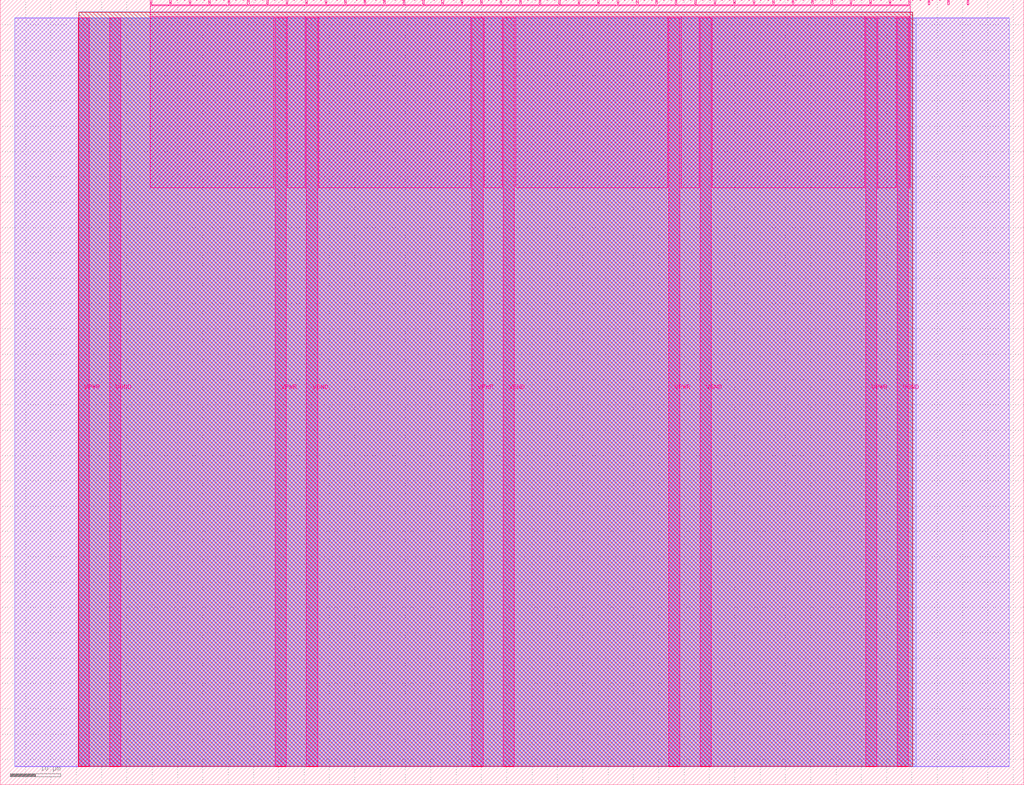
<source format=lef>
VERSION 5.7 ;
  NOWIREEXTENSIONATPIN ON ;
  DIVIDERCHAR "/" ;
  BUSBITCHARS "[]" ;
MACRO tt_um_kb2ghz_xalu
  CLASS BLOCK ;
  FOREIGN tt_um_kb2ghz_xalu ;
  ORIGIN 0.000 0.000 ;
  SIZE 202.080 BY 154.980 ;
  PIN VGND
    DIRECTION INOUT ;
    USE GROUND ;
    PORT
      LAYER Metal5 ;
        RECT 21.580 3.560 23.780 151.420 ;
    END
    PORT
      LAYER Metal5 ;
        RECT 60.450 3.560 62.650 151.420 ;
    END
    PORT
      LAYER Metal5 ;
        RECT 99.320 3.560 101.520 151.420 ;
    END
    PORT
      LAYER Metal5 ;
        RECT 138.190 3.560 140.390 151.420 ;
    END
    PORT
      LAYER Metal5 ;
        RECT 177.060 3.560 179.260 151.420 ;
    END
  END VGND
  PIN VPWR
    DIRECTION INOUT ;
    USE POWER ;
    PORT
      LAYER Metal5 ;
        RECT 15.380 3.560 17.580 151.420 ;
    END
    PORT
      LAYER Metal5 ;
        RECT 54.250 3.560 56.450 151.420 ;
    END
    PORT
      LAYER Metal5 ;
        RECT 93.120 3.560 95.320 151.420 ;
    END
    PORT
      LAYER Metal5 ;
        RECT 131.990 3.560 134.190 151.420 ;
    END
    PORT
      LAYER Metal5 ;
        RECT 170.860 3.560 173.060 151.420 ;
    END
  END VPWR
  PIN clk
    DIRECTION INPUT ;
    USE SIGNAL ;
    PORT
      LAYER Metal5 ;
        RECT 187.050 153.980 187.350 154.980 ;
    END
  END clk
  PIN ena
    DIRECTION INPUT ;
    USE SIGNAL ;
    PORT
      LAYER Metal5 ;
        RECT 190.890 153.980 191.190 154.980 ;
    END
  END ena
  PIN rst_n
    DIRECTION INPUT ;
    USE SIGNAL ;
    PORT
      LAYER Metal5 ;
        RECT 183.210 153.980 183.510 154.980 ;
    END
  END rst_n
  PIN ui_in[0]
    DIRECTION INPUT ;
    USE SIGNAL ;
    ANTENNAGATEAREA 0.213200 ;
    PORT
      LAYER Metal5 ;
        RECT 179.370 153.980 179.670 154.980 ;
    END
  END ui_in[0]
  PIN ui_in[1]
    DIRECTION INPUT ;
    USE SIGNAL ;
    ANTENNAGATEAREA 0.213200 ;
    PORT
      LAYER Metal5 ;
        RECT 175.530 153.980 175.830 154.980 ;
    END
  END ui_in[1]
  PIN ui_in[2]
    DIRECTION INPUT ;
    USE SIGNAL ;
    ANTENNAGATEAREA 0.213200 ;
    PORT
      LAYER Metal5 ;
        RECT 171.690 153.980 171.990 154.980 ;
    END
  END ui_in[2]
  PIN ui_in[3]
    DIRECTION INPUT ;
    USE SIGNAL ;
    ANTENNAGATEAREA 0.213200 ;
    PORT
      LAYER Metal5 ;
        RECT 167.850 153.980 168.150 154.980 ;
    END
  END ui_in[3]
  PIN ui_in[4]
    DIRECTION INPUT ;
    USE SIGNAL ;
    ANTENNAGATEAREA 0.213200 ;
    PORT
      LAYER Metal5 ;
        RECT 164.010 153.980 164.310 154.980 ;
    END
  END ui_in[4]
  PIN ui_in[5]
    DIRECTION INPUT ;
    USE SIGNAL ;
    ANTENNAGATEAREA 0.213200 ;
    PORT
      LAYER Metal5 ;
        RECT 160.170 153.980 160.470 154.980 ;
    END
  END ui_in[5]
  PIN ui_in[6]
    DIRECTION INPUT ;
    USE SIGNAL ;
    ANTENNAGATEAREA 0.180700 ;
    PORT
      LAYER Metal5 ;
        RECT 156.330 153.980 156.630 154.980 ;
    END
  END ui_in[6]
  PIN ui_in[7]
    DIRECTION INPUT ;
    USE SIGNAL ;
    ANTENNAGATEAREA 0.180700 ;
    PORT
      LAYER Metal5 ;
        RECT 152.490 153.980 152.790 154.980 ;
    END
  END ui_in[7]
  PIN uio_in[0]
    DIRECTION INPUT ;
    USE SIGNAL ;
    PORT
      LAYER Metal5 ;
        RECT 148.650 153.980 148.950 154.980 ;
    END
  END uio_in[0]
  PIN uio_in[1]
    DIRECTION INPUT ;
    USE SIGNAL ;
    ANTENNAGATEAREA 0.180700 ;
    PORT
      LAYER Metal5 ;
        RECT 144.810 153.980 145.110 154.980 ;
    END
  END uio_in[1]
  PIN uio_in[2]
    DIRECTION INPUT ;
    USE SIGNAL ;
    ANTENNAGATEAREA 0.180700 ;
    PORT
      LAYER Metal5 ;
        RECT 140.970 153.980 141.270 154.980 ;
    END
  END uio_in[2]
  PIN uio_in[3]
    DIRECTION INPUT ;
    USE SIGNAL ;
    ANTENNAGATEAREA 0.180700 ;
    PORT
      LAYER Metal5 ;
        RECT 137.130 153.980 137.430 154.980 ;
    END
  END uio_in[3]
  PIN uio_in[4]
    DIRECTION INPUT ;
    USE SIGNAL ;
    ANTENNAGATEAREA 0.180700 ;
    PORT
      LAYER Metal5 ;
        RECT 133.290 153.980 133.590 154.980 ;
    END
  END uio_in[4]
  PIN uio_in[5]
    DIRECTION INPUT ;
    USE SIGNAL ;
    ANTENNAGATEAREA 0.213200 ;
    PORT
      LAYER Metal5 ;
        RECT 129.450 153.980 129.750 154.980 ;
    END
  END uio_in[5]
  PIN uio_in[6]
    DIRECTION INPUT ;
    USE SIGNAL ;
    ANTENNAGATEAREA 0.213200 ;
    PORT
      LAYER Metal5 ;
        RECT 125.610 153.980 125.910 154.980 ;
    END
  END uio_in[6]
  PIN uio_in[7]
    DIRECTION INPUT ;
    USE SIGNAL ;
    PORT
      LAYER Metal5 ;
        RECT 121.770 153.980 122.070 154.980 ;
    END
  END uio_in[7]
  PIN uio_oe[0]
    DIRECTION OUTPUT ;
    USE SIGNAL ;
    ANTENNADIFFAREA 0.392700 ;
    PORT
      LAYER Metal5 ;
        RECT 56.490 153.980 56.790 154.980 ;
    END
  END uio_oe[0]
  PIN uio_oe[1]
    DIRECTION OUTPUT ;
    USE SIGNAL ;
    ANTENNADIFFAREA 0.299200 ;
    PORT
      LAYER Metal5 ;
        RECT 52.650 153.980 52.950 154.980 ;
    END
  END uio_oe[1]
  PIN uio_oe[2]
    DIRECTION OUTPUT ;
    USE SIGNAL ;
    ANTENNADIFFAREA 0.299200 ;
    PORT
      LAYER Metal5 ;
        RECT 48.810 153.980 49.110 154.980 ;
    END
  END uio_oe[2]
  PIN uio_oe[3]
    DIRECTION OUTPUT ;
    USE SIGNAL ;
    ANTENNADIFFAREA 0.392700 ;
    PORT
      LAYER Metal5 ;
        RECT 44.970 153.980 45.270 154.980 ;
    END
  END uio_oe[3]
  PIN uio_oe[4]
    DIRECTION OUTPUT ;
    USE SIGNAL ;
    ANTENNADIFFAREA 0.299200 ;
    PORT
      LAYER Metal5 ;
        RECT 41.130 153.980 41.430 154.980 ;
    END
  END uio_oe[4]
  PIN uio_oe[5]
    DIRECTION OUTPUT ;
    USE SIGNAL ;
    ANTENNADIFFAREA 0.299200 ;
    PORT
      LAYER Metal5 ;
        RECT 37.290 153.980 37.590 154.980 ;
    END
  END uio_oe[5]
  PIN uio_oe[6]
    DIRECTION OUTPUT ;
    USE SIGNAL ;
    ANTENNADIFFAREA 0.299200 ;
    PORT
      LAYER Metal5 ;
        RECT 33.450 153.980 33.750 154.980 ;
    END
  END uio_oe[6]
  PIN uio_oe[7]
    DIRECTION OUTPUT ;
    USE SIGNAL ;
    ANTENNADIFFAREA 0.299200 ;
    PORT
      LAYER Metal5 ;
        RECT 29.610 153.980 29.910 154.980 ;
    END
  END uio_oe[7]
  PIN uio_out[0]
    DIRECTION OUTPUT ;
    USE SIGNAL ;
    ANTENNADIFFAREA 0.892800 ;
    PORT
      LAYER Metal5 ;
        RECT 87.210 153.980 87.510 154.980 ;
    END
  END uio_out[0]
  PIN uio_out[1]
    DIRECTION OUTPUT ;
    USE SIGNAL ;
    ANTENNADIFFAREA 0.299200 ;
    PORT
      LAYER Metal5 ;
        RECT 83.370 153.980 83.670 154.980 ;
    END
  END uio_out[1]
  PIN uio_out[2]
    DIRECTION OUTPUT ;
    USE SIGNAL ;
    ANTENNADIFFAREA 0.299200 ;
    PORT
      LAYER Metal5 ;
        RECT 79.530 153.980 79.830 154.980 ;
    END
  END uio_out[2]
  PIN uio_out[3]
    DIRECTION OUTPUT ;
    USE SIGNAL ;
    ANTENNADIFFAREA 0.299200 ;
    PORT
      LAYER Metal5 ;
        RECT 75.690 153.980 75.990 154.980 ;
    END
  END uio_out[3]
  PIN uio_out[4]
    DIRECTION OUTPUT ;
    USE SIGNAL ;
    ANTENNADIFFAREA 0.299200 ;
    PORT
      LAYER Metal5 ;
        RECT 71.850 153.980 72.150 154.980 ;
    END
  END uio_out[4]
  PIN uio_out[5]
    DIRECTION OUTPUT ;
    USE SIGNAL ;
    ANTENNADIFFAREA 0.299200 ;
    PORT
      LAYER Metal5 ;
        RECT 68.010 153.980 68.310 154.980 ;
    END
  END uio_out[5]
  PIN uio_out[6]
    DIRECTION OUTPUT ;
    USE SIGNAL ;
    ANTENNADIFFAREA 0.299200 ;
    PORT
      LAYER Metal5 ;
        RECT 64.170 153.980 64.470 154.980 ;
    END
  END uio_out[6]
  PIN uio_out[7]
    DIRECTION OUTPUT ;
    USE SIGNAL ;
    ANTENNADIFFAREA 0.299200 ;
    PORT
      LAYER Metal5 ;
        RECT 60.330 153.980 60.630 154.980 ;
    END
  END uio_out[7]
  PIN uo_out[0]
    DIRECTION OUTPUT ;
    USE SIGNAL ;
    ANTENNAGATEAREA 0.373100 ;
    ANTENNADIFFAREA 0.733200 ;
    PORT
      LAYER Metal5 ;
        RECT 117.930 153.980 118.230 154.980 ;
    END
  END uo_out[0]
  PIN uo_out[1]
    DIRECTION OUTPUT ;
    USE SIGNAL ;
    ANTENNAGATEAREA 0.373100 ;
    ANTENNADIFFAREA 0.733200 ;
    PORT
      LAYER Metal5 ;
        RECT 114.090 153.980 114.390 154.980 ;
    END
  END uo_out[1]
  PIN uo_out[2]
    DIRECTION OUTPUT ;
    USE SIGNAL ;
    ANTENNAGATEAREA 0.676000 ;
    ANTENNADIFFAREA 0.733200 ;
    PORT
      LAYER Metal5 ;
        RECT 110.250 153.980 110.550 154.980 ;
    END
  END uo_out[2]
  PIN uo_out[3]
    DIRECTION OUTPUT ;
    USE SIGNAL ;
    ANTENNADIFFAREA 0.632400 ;
    PORT
      LAYER Metal5 ;
        RECT 106.410 153.980 106.710 154.980 ;
    END
  END uo_out[3]
  PIN uo_out[4]
    DIRECTION OUTPUT ;
    USE SIGNAL ;
    ANTENNADIFFAREA 0.988000 ;
    PORT
      LAYER Metal5 ;
        RECT 102.570 153.980 102.870 154.980 ;
    END
  END uo_out[4]
  PIN uo_out[5]
    DIRECTION OUTPUT ;
    USE SIGNAL ;
    ANTENNADIFFAREA 0.632400 ;
    PORT
      LAYER Metal5 ;
        RECT 98.730 153.980 99.030 154.980 ;
    END
  END uo_out[5]
  PIN uo_out[6]
    DIRECTION OUTPUT ;
    USE SIGNAL ;
    ANTENNADIFFAREA 1.269200 ;
    PORT
      LAYER Metal5 ;
        RECT 94.890 153.980 95.190 154.980 ;
    END
  END uo_out[6]
  PIN uo_out[7]
    DIRECTION OUTPUT ;
    USE SIGNAL ;
    ANTENNADIFFAREA 1.550400 ;
    PORT
      LAYER Metal5 ;
        RECT 91.050 153.980 91.350 154.980 ;
    END
  END uo_out[7]
  OBS
      LAYER GatPoly ;
        RECT 2.880 3.630 199.200 151.350 ;
      LAYER Metal1 ;
        RECT 2.880 3.560 199.200 151.420 ;
      LAYER Metal2 ;
        RECT 15.515 3.680 180.865 151.300 ;
      LAYER Metal3 ;
        RECT 15.560 3.635 180.100 152.605 ;
      LAYER Metal4 ;
        RECT 15.515 3.680 180.145 152.560 ;
      LAYER Metal5 ;
        RECT 30.120 153.770 33.240 153.980 ;
        RECT 33.960 153.770 37.080 153.980 ;
        RECT 37.800 153.770 40.920 153.980 ;
        RECT 41.640 153.770 44.760 153.980 ;
        RECT 45.480 153.770 48.600 153.980 ;
        RECT 49.320 153.770 52.440 153.980 ;
        RECT 53.160 153.770 56.280 153.980 ;
        RECT 57.000 153.770 60.120 153.980 ;
        RECT 60.840 153.770 63.960 153.980 ;
        RECT 64.680 153.770 67.800 153.980 ;
        RECT 68.520 153.770 71.640 153.980 ;
        RECT 72.360 153.770 75.480 153.980 ;
        RECT 76.200 153.770 79.320 153.980 ;
        RECT 80.040 153.770 83.160 153.980 ;
        RECT 83.880 153.770 87.000 153.980 ;
        RECT 87.720 153.770 90.840 153.980 ;
        RECT 91.560 153.770 94.680 153.980 ;
        RECT 95.400 153.770 98.520 153.980 ;
        RECT 99.240 153.770 102.360 153.980 ;
        RECT 103.080 153.770 106.200 153.980 ;
        RECT 106.920 153.770 110.040 153.980 ;
        RECT 110.760 153.770 113.880 153.980 ;
        RECT 114.600 153.770 117.720 153.980 ;
        RECT 118.440 153.770 121.560 153.980 ;
        RECT 122.280 153.770 125.400 153.980 ;
        RECT 126.120 153.770 129.240 153.980 ;
        RECT 129.960 153.770 133.080 153.980 ;
        RECT 133.800 153.770 136.920 153.980 ;
        RECT 137.640 153.770 140.760 153.980 ;
        RECT 141.480 153.770 144.600 153.980 ;
        RECT 145.320 153.770 148.440 153.980 ;
        RECT 149.160 153.770 152.280 153.980 ;
        RECT 153.000 153.770 156.120 153.980 ;
        RECT 156.840 153.770 159.960 153.980 ;
        RECT 160.680 153.770 163.800 153.980 ;
        RECT 164.520 153.770 167.640 153.980 ;
        RECT 168.360 153.770 171.480 153.980 ;
        RECT 172.200 153.770 175.320 153.980 ;
        RECT 176.040 153.770 179.160 153.980 ;
        RECT 29.660 151.630 179.620 153.770 ;
        RECT 29.660 117.875 54.040 151.630 ;
        RECT 56.660 117.875 60.240 151.630 ;
        RECT 62.860 117.875 92.910 151.630 ;
        RECT 95.530 117.875 99.110 151.630 ;
        RECT 101.730 117.875 131.780 151.630 ;
        RECT 134.400 117.875 137.980 151.630 ;
        RECT 140.600 117.875 170.650 151.630 ;
        RECT 173.270 117.875 176.850 151.630 ;
        RECT 179.470 117.875 179.620 151.630 ;
  END
END tt_um_kb2ghz_xalu
END LIBRARY


</source>
